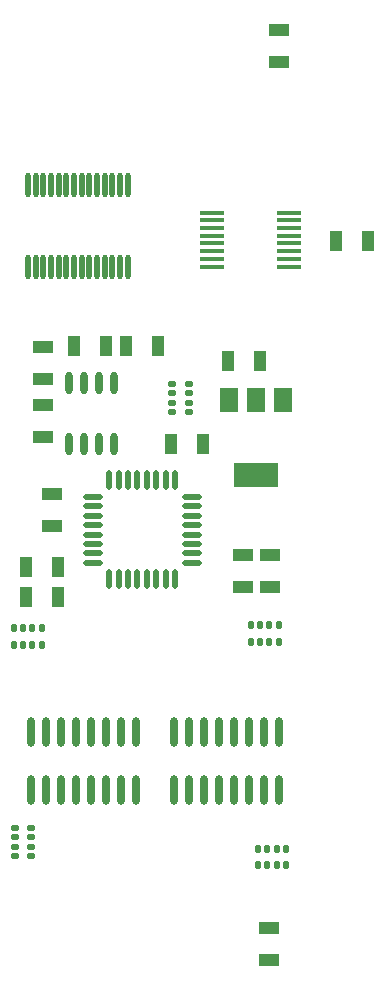
<source format=gtp>
G04 Layer_Color=8421504*
%FSAX44Y44*%
%MOMM*%
G71*
G01*
G75*
%ADD10R,2.1500X0.4000*%
%ADD11R,2.1500X0.4000*%
%ADD12R,1.7000X1.1000*%
G04:AMPARAMS|DCode=13|XSize=0.5mm|YSize=0.7mm|CornerRadius=0.125mm|HoleSize=0mm|Usage=FLASHONLY|Rotation=90.000|XOffset=0mm|YOffset=0mm|HoleType=Round|Shape=RoundedRectangle|*
%AMROUNDEDRECTD13*
21,1,0.5000,0.4500,0,0,90.0*
21,1,0.2500,0.7000,0,0,90.0*
1,1,0.2500,0.2250,0.1250*
1,1,0.2500,0.2250,-0.1250*
1,1,0.2500,-0.2250,-0.1250*
1,1,0.2500,-0.2250,0.1250*
%
%ADD13ROUNDEDRECTD13*%
G04:AMPARAMS|DCode=14|XSize=0.5mm|YSize=0.7mm|CornerRadius=0.125mm|HoleSize=0mm|Usage=FLASHONLY|Rotation=0.000|XOffset=0mm|YOffset=0mm|HoleType=Round|Shape=RoundedRectangle|*
%AMROUNDEDRECTD14*
21,1,0.5000,0.4500,0,0,0.0*
21,1,0.2500,0.7000,0,0,0.0*
1,1,0.2500,0.1250,-0.2250*
1,1,0.2500,-0.1250,-0.2250*
1,1,0.2500,-0.1250,0.2250*
1,1,0.2500,0.1250,0.2250*
%
%ADD14ROUNDEDRECTD14*%
%ADD15R,1.1000X1.7000*%
%ADD16O,0.7000X2.5000*%
%ADD17O,1.6500X0.5500*%
%ADD18O,0.5500X1.6500*%
%ADD19O,0.6000X1.9000*%
%ADD20R,1.5240X2.0320*%
%ADD21R,3.8100X2.0320*%
%ADD22O,0.4500X2.1000*%
D10*
X00401260Y00940300D02*
D03*
D11*
Y00933800D02*
D03*
Y00927300D02*
D03*
Y00920800D02*
D03*
Y00914300D02*
D03*
Y00907800D02*
D03*
Y00901300D02*
D03*
Y00894800D02*
D03*
X00466760Y00940300D02*
D03*
Y00933800D02*
D03*
Y00927300D02*
D03*
Y00920800D02*
D03*
Y00914300D02*
D03*
Y00907800D02*
D03*
Y00901300D02*
D03*
Y00894800D02*
D03*
D12*
X00449444Y00334711D02*
D03*
Y00307710D02*
D03*
X00258750Y00799910D02*
D03*
Y00826910D02*
D03*
Y00777380D02*
D03*
Y00750380D02*
D03*
X00427660Y00650380D02*
D03*
Y00623380D02*
D03*
X00266370Y00675450D02*
D03*
Y00702450D02*
D03*
X00450520Y00623380D02*
D03*
Y00650380D02*
D03*
X00458140Y01067880D02*
D03*
Y01094880D02*
D03*
D13*
X00367970Y00795630D02*
D03*
Y00787630D02*
D03*
Y00779630D02*
D03*
Y00771630D02*
D03*
X00381970Y00795630D02*
D03*
X00381970Y00787630D02*
D03*
Y00779630D02*
D03*
Y00771630D02*
D03*
X00234620Y00419710D02*
D03*
Y00411710D02*
D03*
Y00403710D02*
D03*
Y00395710D02*
D03*
X00248620Y00419710D02*
D03*
X00248620Y00411710D02*
D03*
Y00403710D02*
D03*
Y00395710D02*
D03*
D14*
X00257480Y00588620D02*
D03*
X00249480D02*
D03*
X00241480D02*
D03*
X00233480D02*
D03*
X00257480Y00574620D02*
D03*
X00249480Y00574620D02*
D03*
X00241480D02*
D03*
X00233480D02*
D03*
X00458140Y00591160D02*
D03*
X00450140D02*
D03*
X00442140D02*
D03*
X00434140D02*
D03*
X00458140Y00577160D02*
D03*
X00450140Y00577160D02*
D03*
X00442140D02*
D03*
X00434140D02*
D03*
X00440360Y00387960D02*
D03*
X00448360D02*
D03*
X00456360D02*
D03*
X00464360D02*
D03*
X00440360Y00401960D02*
D03*
X00448360Y00401960D02*
D03*
X00456360D02*
D03*
X00464360D02*
D03*
D15*
X00270980Y00615290D02*
D03*
X00243980D02*
D03*
X00270980Y00640690D02*
D03*
X00243980D02*
D03*
X00367170Y00744830D02*
D03*
X00394170D02*
D03*
X00311620Y00827380D02*
D03*
X00284620D02*
D03*
X00356070D02*
D03*
X00329070D02*
D03*
X00442430Y00814680D02*
D03*
X00415430D02*
D03*
X00533870Y00916280D02*
D03*
X00506870D02*
D03*
D16*
X00324790Y00500460D02*
D03*
X00312090D02*
D03*
X00299390D02*
D03*
X00286690D02*
D03*
X00273990D02*
D03*
X00261290D02*
D03*
X00248590D02*
D03*
X00324790Y00451460D02*
D03*
X00312090D02*
D03*
X00299390D02*
D03*
X00286690D02*
D03*
X00273990D02*
D03*
X00261290D02*
D03*
X00248590D02*
D03*
X00337490D02*
D03*
Y00500460D02*
D03*
X00445440D02*
D03*
X00432740D02*
D03*
X00420040D02*
D03*
X00407340D02*
D03*
X00394640D02*
D03*
X00381940D02*
D03*
X00369240D02*
D03*
X00445440Y00451460D02*
D03*
X00432740D02*
D03*
X00420040D02*
D03*
X00407340D02*
D03*
X00394640D02*
D03*
X00381940D02*
D03*
X00369240D02*
D03*
X00458140D02*
D03*
Y00500460D02*
D03*
D17*
X00300380Y00699837D02*
D03*
Y00691837D02*
D03*
Y00683837D02*
D03*
Y00675837D02*
D03*
Y00667837D02*
D03*
Y00659837D02*
D03*
Y00651837D02*
D03*
Y00643837D02*
D03*
X00384380D02*
D03*
Y00651837D02*
D03*
Y00659837D02*
D03*
Y00667837D02*
D03*
Y00675837D02*
D03*
Y00683837D02*
D03*
Y00691837D02*
D03*
Y00699837D02*
D03*
D18*
X00314380Y00629837D02*
D03*
X00322380D02*
D03*
X00330380D02*
D03*
X00338380D02*
D03*
X00346380D02*
D03*
X00354380D02*
D03*
X00362380D02*
D03*
X00370380D02*
D03*
Y00713837D02*
D03*
X00362380D02*
D03*
X00354380D02*
D03*
X00346380D02*
D03*
X00338380D02*
D03*
X00330380D02*
D03*
X00322380D02*
D03*
X00314380D02*
D03*
D19*
X00318440Y00796270D02*
D03*
X00305740D02*
D03*
X00293040D02*
D03*
X00280340D02*
D03*
X00318440Y00744190D02*
D03*
X00305740D02*
D03*
X00293040D02*
D03*
X00280340D02*
D03*
D20*
X00461950Y00781660D02*
D03*
X00438836D02*
D03*
X00415722D02*
D03*
D21*
X00438836Y00718668D02*
D03*
D22*
X00330210Y00963480D02*
D03*
X00323710D02*
D03*
X00317210D02*
D03*
X00310710D02*
D03*
X00304210D02*
D03*
X00297710D02*
D03*
X00291210D02*
D03*
X00284710D02*
D03*
X00278210D02*
D03*
X00271710D02*
D03*
X00265210D02*
D03*
X00258710D02*
D03*
X00252210D02*
D03*
X00245710D02*
D03*
X00330210Y00894480D02*
D03*
X00323710D02*
D03*
X00317210D02*
D03*
X00310710D02*
D03*
X00304210D02*
D03*
X00297710D02*
D03*
X00291210D02*
D03*
X00284710D02*
D03*
X00278210D02*
D03*
X00271710D02*
D03*
X00265210D02*
D03*
X00258710D02*
D03*
X00252210D02*
D03*
X00245710D02*
D03*
M02*

</source>
